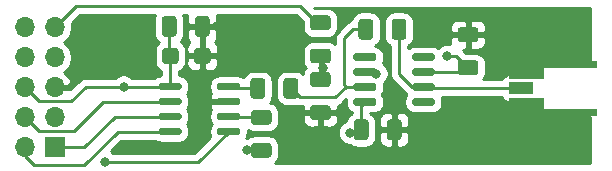
<source format=gtl>
%TF.GenerationSoftware,KiCad,Pcbnew,(5.1.6-0-10_14)*%
%TF.CreationDate,2020-09-11T15:14:46+09:00*%
%TF.ProjectId,teabiscuits_dac_mcp48,74656162-6973-4637-9569-74735f646163,rev?*%
%TF.SameCoordinates,Original*%
%TF.FileFunction,Copper,L1,Top*%
%TF.FilePolarity,Positive*%
%FSLAX46Y46*%
G04 Gerber Fmt 4.6, Leading zero omitted, Abs format (unit mm)*
G04 Created by KiCad (PCBNEW (5.1.6-0-10_14)) date 2020-09-11 15:14:46*
%MOMM*%
%LPD*%
G01*
G04 APERTURE LIST*
%TA.AperFunction,ComponentPad*%
%ADD10O,1.700000X1.700000*%
%TD*%
%TA.AperFunction,ComponentPad*%
%ADD11R,1.700000X1.700000*%
%TD*%
%TA.AperFunction,SMDPad,CuDef*%
%ADD12C,0.100000*%
%TD*%
%TA.AperFunction,SMDPad,CuDef*%
%ADD13R,2.100000X1.100000*%
%TD*%
%TA.AperFunction,ViaPad*%
%ADD14C,0.800000*%
%TD*%
%TA.AperFunction,Conductor*%
%ADD15C,0.250000*%
%TD*%
%TA.AperFunction,Conductor*%
%ADD16C,0.254000*%
%TD*%
G04 APERTURE END LIST*
%TO.P,U2,8*%
%TO.N,Net-(U2-Pad8)*%
%TA.AperFunction,SMDPad,CuDef*%
G36*
G01*
X164000000Y-109245000D02*
X164000000Y-108945000D01*
G75*
G02*
X164150000Y-108795000I150000J0D01*
G01*
X165800000Y-108795000D01*
G75*
G02*
X165950000Y-108945000I0J-150000D01*
G01*
X165950000Y-109245000D01*
G75*
G02*
X165800000Y-109395000I-150000J0D01*
G01*
X164150000Y-109395000D01*
G75*
G02*
X164000000Y-109245000I0J150000D01*
G01*
G37*
%TD.AperFunction*%
%TO.P,U2,7*%
%TO.N,+5V*%
%TA.AperFunction,SMDPad,CuDef*%
G36*
G01*
X164000000Y-110515000D02*
X164000000Y-110215000D01*
G75*
G02*
X164150000Y-110065000I150000J0D01*
G01*
X165800000Y-110065000D01*
G75*
G02*
X165950000Y-110215000I0J-150000D01*
G01*
X165950000Y-110515000D01*
G75*
G02*
X165800000Y-110665000I-150000J0D01*
G01*
X164150000Y-110665000D01*
G75*
G02*
X164000000Y-110515000I0J150000D01*
G01*
G37*
%TD.AperFunction*%
%TO.P,U2,6*%
%TO.N,Net-(J1-Pad1)*%
%TA.AperFunction,SMDPad,CuDef*%
G36*
G01*
X164000000Y-111785000D02*
X164000000Y-111485000D01*
G75*
G02*
X164150000Y-111335000I150000J0D01*
G01*
X165800000Y-111335000D01*
G75*
G02*
X165950000Y-111485000I0J-150000D01*
G01*
X165950000Y-111785000D01*
G75*
G02*
X165800000Y-111935000I-150000J0D01*
G01*
X164150000Y-111935000D01*
G75*
G02*
X164000000Y-111785000I0J150000D01*
G01*
G37*
%TD.AperFunction*%
%TO.P,U2,5*%
%TO.N,Net-(U2-Pad5)*%
%TA.AperFunction,SMDPad,CuDef*%
G36*
G01*
X164000000Y-113055000D02*
X164000000Y-112755000D01*
G75*
G02*
X164150000Y-112605000I150000J0D01*
G01*
X165800000Y-112605000D01*
G75*
G02*
X165950000Y-112755000I0J-150000D01*
G01*
X165950000Y-113055000D01*
G75*
G02*
X165800000Y-113205000I-150000J0D01*
G01*
X164150000Y-113205000D01*
G75*
G02*
X164000000Y-113055000I0J150000D01*
G01*
G37*
%TD.AperFunction*%
%TO.P,U2,4*%
%TO.N,-5V*%
%TA.AperFunction,SMDPad,CuDef*%
G36*
G01*
X159050000Y-113055000D02*
X159050000Y-112755000D01*
G75*
G02*
X159200000Y-112605000I150000J0D01*
G01*
X160850000Y-112605000D01*
G75*
G02*
X161000000Y-112755000I0J-150000D01*
G01*
X161000000Y-113055000D01*
G75*
G02*
X160850000Y-113205000I-150000J0D01*
G01*
X159200000Y-113205000D01*
G75*
G02*
X159050000Y-113055000I0J150000D01*
G01*
G37*
%TD.AperFunction*%
%TO.P,U2,3*%
%TO.N,Net-(R2-Pad1)*%
%TA.AperFunction,SMDPad,CuDef*%
G36*
G01*
X159050000Y-111785000D02*
X159050000Y-111485000D01*
G75*
G02*
X159200000Y-111335000I150000J0D01*
G01*
X160850000Y-111335000D01*
G75*
G02*
X161000000Y-111485000I0J-150000D01*
G01*
X161000000Y-111785000D01*
G75*
G02*
X160850000Y-111935000I-150000J0D01*
G01*
X159200000Y-111935000D01*
G75*
G02*
X159050000Y-111785000I0J150000D01*
G01*
G37*
%TD.AperFunction*%
%TO.P,U2,2*%
%TO.N,Net-(R3-Pad1)*%
%TA.AperFunction,SMDPad,CuDef*%
G36*
G01*
X159050000Y-110515000D02*
X159050000Y-110215000D01*
G75*
G02*
X159200000Y-110065000I150000J0D01*
G01*
X160850000Y-110065000D01*
G75*
G02*
X161000000Y-110215000I0J-150000D01*
G01*
X161000000Y-110515000D01*
G75*
G02*
X160850000Y-110665000I-150000J0D01*
G01*
X159200000Y-110665000D01*
G75*
G02*
X159050000Y-110515000I0J150000D01*
G01*
G37*
%TD.AperFunction*%
%TO.P,U2,1*%
%TO.N,Net-(U2-Pad1)*%
%TA.AperFunction,SMDPad,CuDef*%
G36*
G01*
X159050000Y-109245000D02*
X159050000Y-108945000D01*
G75*
G02*
X159200000Y-108795000I150000J0D01*
G01*
X160850000Y-108795000D01*
G75*
G02*
X161000000Y-108945000I0J-150000D01*
G01*
X161000000Y-109245000D01*
G75*
G02*
X160850000Y-109395000I-150000J0D01*
G01*
X159200000Y-109395000D01*
G75*
G02*
X159050000Y-109245000I0J150000D01*
G01*
G37*
%TD.AperFunction*%
%TD*%
%TO.P,U1,8*%
%TO.N,Net-(R2-Pad2)*%
%TA.AperFunction,SMDPad,CuDef*%
G36*
G01*
X147500000Y-111745000D02*
X147500000Y-111445000D01*
G75*
G02*
X147650000Y-111295000I150000J0D01*
G01*
X149300000Y-111295000D01*
G75*
G02*
X149450000Y-111445000I0J-150000D01*
G01*
X149450000Y-111745000D01*
G75*
G02*
X149300000Y-111895000I-150000J0D01*
G01*
X147650000Y-111895000D01*
G75*
G02*
X147500000Y-111745000I0J150000D01*
G01*
G37*
%TD.AperFunction*%
%TO.P,U1,7*%
%TO.N,GND*%
%TA.AperFunction,SMDPad,CuDef*%
G36*
G01*
X147500000Y-113015000D02*
X147500000Y-112715000D01*
G75*
G02*
X147650000Y-112565000I150000J0D01*
G01*
X149300000Y-112565000D01*
G75*
G02*
X149450000Y-112715000I0J-150000D01*
G01*
X149450000Y-113015000D01*
G75*
G02*
X149300000Y-113165000I-150000J0D01*
G01*
X147650000Y-113165000D01*
G75*
G02*
X147500000Y-113015000I0J150000D01*
G01*
G37*
%TD.AperFunction*%
%TO.P,U1,6*%
%TO.N,Net-(R1-Pad2)*%
%TA.AperFunction,SMDPad,CuDef*%
G36*
G01*
X147500000Y-114285000D02*
X147500000Y-113985000D01*
G75*
G02*
X147650000Y-113835000I150000J0D01*
G01*
X149300000Y-113835000D01*
G75*
G02*
X149450000Y-113985000I0J-150000D01*
G01*
X149450000Y-114285000D01*
G75*
G02*
X149300000Y-114435000I-150000J0D01*
G01*
X147650000Y-114435000D01*
G75*
G02*
X147500000Y-114285000I0J150000D01*
G01*
G37*
%TD.AperFunction*%
%TO.P,U1,5*%
%TO.N,LDAC*%
%TA.AperFunction,SMDPad,CuDef*%
G36*
G01*
X147500000Y-115555000D02*
X147500000Y-115255000D01*
G75*
G02*
X147650000Y-115105000I150000J0D01*
G01*
X149300000Y-115105000D01*
G75*
G02*
X149450000Y-115255000I0J-150000D01*
G01*
X149450000Y-115555000D01*
G75*
G02*
X149300000Y-115705000I-150000J0D01*
G01*
X147650000Y-115705000D01*
G75*
G02*
X147500000Y-115555000I0J150000D01*
G01*
G37*
%TD.AperFunction*%
%TO.P,U1,4*%
%TO.N,SDI*%
%TA.AperFunction,SMDPad,CuDef*%
G36*
G01*
X142550000Y-115555000D02*
X142550000Y-115255000D01*
G75*
G02*
X142700000Y-115105000I150000J0D01*
G01*
X144350000Y-115105000D01*
G75*
G02*
X144500000Y-115255000I0J-150000D01*
G01*
X144500000Y-115555000D01*
G75*
G02*
X144350000Y-115705000I-150000J0D01*
G01*
X142700000Y-115705000D01*
G75*
G02*
X142550000Y-115555000I0J150000D01*
G01*
G37*
%TD.AperFunction*%
%TO.P,U1,3*%
%TO.N,SCK*%
%TA.AperFunction,SMDPad,CuDef*%
G36*
G01*
X142550000Y-114285000D02*
X142550000Y-113985000D01*
G75*
G02*
X142700000Y-113835000I150000J0D01*
G01*
X144350000Y-113835000D01*
G75*
G02*
X144500000Y-113985000I0J-150000D01*
G01*
X144500000Y-114285000D01*
G75*
G02*
X144350000Y-114435000I-150000J0D01*
G01*
X142700000Y-114435000D01*
G75*
G02*
X142550000Y-114285000I0J150000D01*
G01*
G37*
%TD.AperFunction*%
%TO.P,U1,2*%
%TO.N,CS*%
%TA.AperFunction,SMDPad,CuDef*%
G36*
G01*
X142550000Y-113015000D02*
X142550000Y-112715000D01*
G75*
G02*
X142700000Y-112565000I150000J0D01*
G01*
X144350000Y-112565000D01*
G75*
G02*
X144500000Y-112715000I0J-150000D01*
G01*
X144500000Y-113015000D01*
G75*
G02*
X144350000Y-113165000I-150000J0D01*
G01*
X142700000Y-113165000D01*
G75*
G02*
X142550000Y-113015000I0J150000D01*
G01*
G37*
%TD.AperFunction*%
%TO.P,U1,1*%
%TO.N,+3V3*%
%TA.AperFunction,SMDPad,CuDef*%
G36*
G01*
X142550000Y-111745000D02*
X142550000Y-111445000D01*
G75*
G02*
X142700000Y-111295000I150000J0D01*
G01*
X144350000Y-111295000D01*
G75*
G02*
X144500000Y-111445000I0J-150000D01*
G01*
X144500000Y-111745000D01*
G75*
G02*
X144350000Y-111895000I-150000J0D01*
G01*
X142700000Y-111895000D01*
G75*
G02*
X142550000Y-111745000I0J150000D01*
G01*
G37*
%TD.AperFunction*%
%TD*%
%TO.P,R5,2*%
%TO.N,Net-(R2-Pad1)*%
%TA.AperFunction,SMDPad,CuDef*%
G36*
G01*
X160725000Y-106125000D02*
X160725000Y-107375000D01*
G75*
G02*
X160475000Y-107625000I-250000J0D01*
G01*
X159725000Y-107625000D01*
G75*
G02*
X159475000Y-107375000I0J250000D01*
G01*
X159475000Y-106125000D01*
G75*
G02*
X159725000Y-105875000I250000J0D01*
G01*
X160475000Y-105875000D01*
G75*
G02*
X160725000Y-106125000I0J-250000D01*
G01*
G37*
%TD.AperFunction*%
%TO.P,R5,1*%
%TO.N,Net-(J1-Pad1)*%
%TA.AperFunction,SMDPad,CuDef*%
G36*
G01*
X163525000Y-106125000D02*
X163525000Y-107375000D01*
G75*
G02*
X163275000Y-107625000I-250000J0D01*
G01*
X162525000Y-107625000D01*
G75*
G02*
X162275000Y-107375000I0J250000D01*
G01*
X162275000Y-106125000D01*
G75*
G02*
X162525000Y-105875000I250000J0D01*
G01*
X163275000Y-105875000D01*
G75*
G02*
X163525000Y-106125000I0J-250000D01*
G01*
G37*
%TD.AperFunction*%
%TD*%
%TO.P,R4,2*%
%TO.N,Net-(R3-Pad1)*%
%TA.AperFunction,SMDPad,CuDef*%
G36*
G01*
X156875000Y-111625000D02*
X155625000Y-111625000D01*
G75*
G02*
X155375000Y-111375000I0J250000D01*
G01*
X155375000Y-110625000D01*
G75*
G02*
X155625000Y-110375000I250000J0D01*
G01*
X156875000Y-110375000D01*
G75*
G02*
X157125000Y-110625000I0J-250000D01*
G01*
X157125000Y-111375000D01*
G75*
G02*
X156875000Y-111625000I-250000J0D01*
G01*
G37*
%TD.AperFunction*%
%TO.P,R4,1*%
%TO.N,GND*%
%TA.AperFunction,SMDPad,CuDef*%
G36*
G01*
X156875000Y-114425000D02*
X155625000Y-114425000D01*
G75*
G02*
X155375000Y-114175000I0J250000D01*
G01*
X155375000Y-113425000D01*
G75*
G02*
X155625000Y-113175000I250000J0D01*
G01*
X156875000Y-113175000D01*
G75*
G02*
X157125000Y-113425000I0J-250000D01*
G01*
X157125000Y-114175000D01*
G75*
G02*
X156875000Y-114425000I-250000J0D01*
G01*
G37*
%TD.AperFunction*%
%TD*%
%TO.P,R3,2*%
%TO.N,REF*%
%TA.AperFunction,SMDPad,CuDef*%
G36*
G01*
X156875000Y-106825000D02*
X155625000Y-106825000D01*
G75*
G02*
X155375000Y-106575000I0J250000D01*
G01*
X155375000Y-105825000D01*
G75*
G02*
X155625000Y-105575000I250000J0D01*
G01*
X156875000Y-105575000D01*
G75*
G02*
X157125000Y-105825000I0J-250000D01*
G01*
X157125000Y-106575000D01*
G75*
G02*
X156875000Y-106825000I-250000J0D01*
G01*
G37*
%TD.AperFunction*%
%TO.P,R3,1*%
%TO.N,Net-(R3-Pad1)*%
%TA.AperFunction,SMDPad,CuDef*%
G36*
G01*
X156875000Y-109625000D02*
X155625000Y-109625000D01*
G75*
G02*
X155375000Y-109375000I0J250000D01*
G01*
X155375000Y-108625000D01*
G75*
G02*
X155625000Y-108375000I250000J0D01*
G01*
X156875000Y-108375000D01*
G75*
G02*
X157125000Y-108625000I0J-250000D01*
G01*
X157125000Y-109375000D01*
G75*
G02*
X156875000Y-109625000I-250000J0D01*
G01*
G37*
%TD.AperFunction*%
%TD*%
%TO.P,R2,2*%
%TO.N,Net-(R2-Pad2)*%
%TA.AperFunction,SMDPad,CuDef*%
G36*
G01*
X151575000Y-111125000D02*
X151575000Y-112375000D01*
G75*
G02*
X151325000Y-112625000I-250000J0D01*
G01*
X150575000Y-112625000D01*
G75*
G02*
X150325000Y-112375000I0J250000D01*
G01*
X150325000Y-111125000D01*
G75*
G02*
X150575000Y-110875000I250000J0D01*
G01*
X151325000Y-110875000D01*
G75*
G02*
X151575000Y-111125000I0J-250000D01*
G01*
G37*
%TD.AperFunction*%
%TO.P,R2,1*%
%TO.N,Net-(R2-Pad1)*%
%TA.AperFunction,SMDPad,CuDef*%
G36*
G01*
X154375000Y-111125000D02*
X154375000Y-112375000D01*
G75*
G02*
X154125000Y-112625000I-250000J0D01*
G01*
X153375000Y-112625000D01*
G75*
G02*
X153125000Y-112375000I0J250000D01*
G01*
X153125000Y-111125000D01*
G75*
G02*
X153375000Y-110875000I250000J0D01*
G01*
X154125000Y-110875000D01*
G75*
G02*
X154375000Y-111125000I0J-250000D01*
G01*
G37*
%TD.AperFunction*%
%TD*%
%TO.P,R1,2*%
%TO.N,Net-(R1-Pad2)*%
%TA.AperFunction,SMDPad,CuDef*%
G36*
G01*
X151875000Y-114825000D02*
X150625000Y-114825000D01*
G75*
G02*
X150375000Y-114575000I0J250000D01*
G01*
X150375000Y-113825000D01*
G75*
G02*
X150625000Y-113575000I250000J0D01*
G01*
X151875000Y-113575000D01*
G75*
G02*
X152125000Y-113825000I0J-250000D01*
G01*
X152125000Y-114575000D01*
G75*
G02*
X151875000Y-114825000I-250000J0D01*
G01*
G37*
%TD.AperFunction*%
%TO.P,R1,1*%
%TO.N,+3V3*%
%TA.AperFunction,SMDPad,CuDef*%
G36*
G01*
X151875000Y-117625000D02*
X150625000Y-117625000D01*
G75*
G02*
X150375000Y-117375000I0J250000D01*
G01*
X150375000Y-116625000D01*
G75*
G02*
X150625000Y-116375000I250000J0D01*
G01*
X151875000Y-116375000D01*
G75*
G02*
X152125000Y-116625000I0J-250000D01*
G01*
X152125000Y-117375000D01*
G75*
G02*
X151875000Y-117625000I-250000J0D01*
G01*
G37*
%TD.AperFunction*%
%TD*%
D10*
%TO.P,J2,10*%
%TO.N,LDAC*%
X131210000Y-106590000D03*
%TO.P,J2,9*%
%TO.N,REF*%
X133750000Y-106590000D03*
%TO.P,J2,8*%
%TO.N,-5V*%
X131210000Y-109130000D03*
%TO.P,J2,7*%
%TO.N,+5V*%
X133750000Y-109130000D03*
%TO.P,J2,6*%
%TO.N,+3V3*%
X131210000Y-111670000D03*
%TO.P,J2,5*%
%TO.N,GND*%
X133750000Y-111670000D03*
%TO.P,J2,4*%
%TO.N,CS*%
X131210000Y-114210000D03*
%TO.P,J2,3*%
%TO.N,Net-(J2-Pad3)*%
X133750000Y-114210000D03*
%TO.P,J2,2*%
%TO.N,SDI*%
X131210000Y-116750000D03*
D11*
%TO.P,J2,1*%
%TO.N,SCK*%
X133750000Y-116750000D03*
%TD*%
%TA.AperFunction,SMDPad,CuDef*%
D12*
%TO.P,Je,2*%
%TO.N,GND*%
G36*
X172200000Y-109450000D02*
G01*
X179700000Y-109450000D01*
X179700000Y-110000000D01*
X175200000Y-110000000D01*
X175200000Y-110930000D01*
X172200000Y-110930000D01*
X172200000Y-109450000D01*
G37*
%TD.AperFunction*%
%TA.AperFunction,SMDPad,CuDef*%
G36*
X172200000Y-112570000D02*
G01*
X175200000Y-112570000D01*
X175200000Y-113500000D01*
X179700000Y-113500000D01*
X179700000Y-114050000D01*
X172200000Y-114050000D01*
X172200000Y-112570000D01*
G37*
%TD.AperFunction*%
D13*
%TO.P,Je,1*%
%TO.N,Net-(J1-Pad1)*%
X173250000Y-111750000D03*
%TD*%
%TO.P,C4,2*%
%TO.N,-5V*%
%TA.AperFunction,SMDPad,CuDef*%
G36*
G01*
X160325000Y-114625000D02*
X160325000Y-115875000D01*
G75*
G02*
X160075000Y-116125000I-250000J0D01*
G01*
X159325000Y-116125000D01*
G75*
G02*
X159075000Y-115875000I0J250000D01*
G01*
X159075000Y-114625000D01*
G75*
G02*
X159325000Y-114375000I250000J0D01*
G01*
X160075000Y-114375000D01*
G75*
G02*
X160325000Y-114625000I0J-250000D01*
G01*
G37*
%TD.AperFunction*%
%TO.P,C4,1*%
%TO.N,GND*%
%TA.AperFunction,SMDPad,CuDef*%
G36*
G01*
X163125000Y-114625000D02*
X163125000Y-115875000D01*
G75*
G02*
X162875000Y-116125000I-250000J0D01*
G01*
X162125000Y-116125000D01*
G75*
G02*
X161875000Y-115875000I0J250000D01*
G01*
X161875000Y-114625000D01*
G75*
G02*
X162125000Y-114375000I250000J0D01*
G01*
X162875000Y-114375000D01*
G75*
G02*
X163125000Y-114625000I0J-250000D01*
G01*
G37*
%TD.AperFunction*%
%TD*%
%TO.P,C3,2*%
%TO.N,+5V*%
%TA.AperFunction,SMDPad,CuDef*%
G36*
G01*
X168125000Y-109375000D02*
X169375000Y-109375000D01*
G75*
G02*
X169625000Y-109625000I0J-250000D01*
G01*
X169625000Y-110375000D01*
G75*
G02*
X169375000Y-110625000I-250000J0D01*
G01*
X168125000Y-110625000D01*
G75*
G02*
X167875000Y-110375000I0J250000D01*
G01*
X167875000Y-109625000D01*
G75*
G02*
X168125000Y-109375000I250000J0D01*
G01*
G37*
%TD.AperFunction*%
%TO.P,C3,1*%
%TO.N,GND*%
%TA.AperFunction,SMDPad,CuDef*%
G36*
G01*
X168125000Y-106575000D02*
X169375000Y-106575000D01*
G75*
G02*
X169625000Y-106825000I0J-250000D01*
G01*
X169625000Y-107575000D01*
G75*
G02*
X169375000Y-107825000I-250000J0D01*
G01*
X168125000Y-107825000D01*
G75*
G02*
X167875000Y-107575000I0J250000D01*
G01*
X167875000Y-106825000D01*
G75*
G02*
X168125000Y-106575000I250000J0D01*
G01*
G37*
%TD.AperFunction*%
%TD*%
%TO.P,C2,2*%
%TO.N,+3V3*%
%TA.AperFunction,SMDPad,CuDef*%
G36*
G01*
X144075000Y-105875000D02*
X144075000Y-107125000D01*
G75*
G02*
X143825000Y-107375000I-250000J0D01*
G01*
X143075000Y-107375000D01*
G75*
G02*
X142825000Y-107125000I0J250000D01*
G01*
X142825000Y-105875000D01*
G75*
G02*
X143075000Y-105625000I250000J0D01*
G01*
X143825000Y-105625000D01*
G75*
G02*
X144075000Y-105875000I0J-250000D01*
G01*
G37*
%TD.AperFunction*%
%TO.P,C2,1*%
%TO.N,GND*%
%TA.AperFunction,SMDPad,CuDef*%
G36*
G01*
X146875000Y-105875000D02*
X146875000Y-107125000D01*
G75*
G02*
X146625000Y-107375000I-250000J0D01*
G01*
X145875000Y-107375000D01*
G75*
G02*
X145625000Y-107125000I0J250000D01*
G01*
X145625000Y-105875000D01*
G75*
G02*
X145875000Y-105625000I250000J0D01*
G01*
X146625000Y-105625000D01*
G75*
G02*
X146875000Y-105875000I0J-250000D01*
G01*
G37*
%TD.AperFunction*%
%TD*%
%TO.P,C1,2*%
%TO.N,GND*%
%TA.AperFunction,SMDPad,CuDef*%
G36*
G01*
X145550000Y-109425001D02*
X145550000Y-108574999D01*
G75*
G02*
X145799999Y-108325000I249999J0D01*
G01*
X146700001Y-108325000D01*
G75*
G02*
X146950000Y-108574999I0J-249999D01*
G01*
X146950000Y-109425001D01*
G75*
G02*
X146700001Y-109675000I-249999J0D01*
G01*
X145799999Y-109675000D01*
G75*
G02*
X145550000Y-109425001I0J249999D01*
G01*
G37*
%TD.AperFunction*%
%TO.P,C1,1*%
%TO.N,+3V3*%
%TA.AperFunction,SMDPad,CuDef*%
G36*
G01*
X142850000Y-109425001D02*
X142850000Y-108574999D01*
G75*
G02*
X143099999Y-108325000I249999J0D01*
G01*
X144000001Y-108325000D01*
G75*
G02*
X144250000Y-108574999I0J-249999D01*
G01*
X144250000Y-109425001D01*
G75*
G02*
X144000001Y-109675000I-249999J0D01*
G01*
X143099999Y-109675000D01*
G75*
G02*
X142850000Y-109425001I0J249999D01*
G01*
G37*
%TD.AperFunction*%
%TD*%
D14*
%TO.N,GND*%
X147500000Y-106500000D03*
X137000000Y-109500000D03*
%TO.N,+3V3*%
X150000000Y-117000000D03*
X139595000Y-111595000D03*
%TO.N,+5V*%
X167000000Y-109000000D03*
%TO.N,-5V*%
X158750000Y-115500000D03*
%TO.N,LDAC*%
X138000000Y-118000000D03*
%TO.N,Net-(R3-Pad1)*%
X161000000Y-110500000D03*
X156500000Y-110000000D03*
%TD*%
D15*
%TO.N,GND*%
X146250000Y-106500000D02*
X147500000Y-106500000D01*
X133750000Y-111670000D02*
X134830000Y-111670000D01*
X134830000Y-111670000D02*
X137000000Y-109500000D01*
%TO.N,+3V3*%
X132385001Y-112845001D02*
X131210000Y-111670000D01*
X135154999Y-112845001D02*
X132385001Y-112845001D01*
X136405000Y-111595000D02*
X135154999Y-112845001D01*
X143525000Y-109025000D02*
X143550000Y-109000000D01*
X143525000Y-111595000D02*
X143525000Y-109025000D01*
X143450000Y-108900000D02*
X143550000Y-109000000D01*
X143450000Y-106500000D02*
X143450000Y-108900000D01*
X151250000Y-117000000D02*
X150000000Y-117000000D01*
X139595000Y-111595000D02*
X136405000Y-111595000D01*
X143525000Y-111595000D02*
X139595000Y-111595000D01*
%TO.N,+5V*%
X168385000Y-110365000D02*
X168750000Y-110000000D01*
X164975000Y-110365000D02*
X168385000Y-110365000D01*
X167750000Y-109000000D02*
X168750000Y-110000000D01*
X167000000Y-109000000D02*
X167750000Y-109000000D01*
%TO.N,-5V*%
X159700000Y-113230000D02*
X160025000Y-112905000D01*
X159700000Y-115250000D02*
X159700000Y-113230000D01*
X159450000Y-115500000D02*
X159700000Y-115250000D01*
X158750000Y-115500000D02*
X159450000Y-115500000D01*
%TO.N,Net-(J1-Pad1)*%
X162900000Y-110535000D02*
X162900000Y-106750000D01*
X164000000Y-111635000D02*
X162900000Y-110535000D01*
X164975000Y-111635000D02*
X164000000Y-111635000D01*
X165090000Y-111750000D02*
X164975000Y-111635000D01*
X173250000Y-111750000D02*
X165090000Y-111750000D01*
%TO.N,LDAC*%
X148475000Y-115405000D02*
X145880000Y-118000000D01*
X145880000Y-118000000D02*
X138000000Y-118000000D01*
%TO.N,REF*%
X156250000Y-106450000D02*
X156200000Y-106450000D01*
X156200000Y-106450000D02*
X154500000Y-104750000D01*
X135590000Y-104750000D02*
X133750000Y-106590000D01*
X154500000Y-104750000D02*
X135590000Y-104750000D01*
%TO.N,CS*%
X143525000Y-112865000D02*
X137885000Y-112865000D01*
X135364999Y-115385001D02*
X132385001Y-115385001D01*
X132385001Y-115385001D02*
X131210000Y-114210000D01*
X137885000Y-112865000D02*
X135364999Y-115385001D01*
%TO.N,SDI*%
X143525000Y-115405000D02*
X139095000Y-115405000D01*
X139095000Y-115405000D02*
X136250000Y-118250000D01*
X136250000Y-118250000D02*
X132000000Y-118250000D01*
X131210000Y-117460000D02*
X131210000Y-116750000D01*
X132000000Y-118250000D02*
X131210000Y-117460000D01*
%TO.N,SCK*%
X136250000Y-116750000D02*
X133750000Y-116750000D01*
X138865000Y-114135000D02*
X136250000Y-116750000D01*
X143525000Y-114135000D02*
X138865000Y-114135000D01*
%TO.N,Net-(R1-Pad2)*%
X148540000Y-114200000D02*
X148475000Y-114135000D01*
X151250000Y-114200000D02*
X148540000Y-114200000D01*
%TO.N,Net-(R2-Pad2)*%
X148630000Y-111750000D02*
X148475000Y-111595000D01*
X150950000Y-111750000D02*
X148630000Y-111750000D01*
%TO.N,Net-(R2-Pad1)*%
X160100000Y-106750000D02*
X159000000Y-106750000D01*
X159000000Y-106750000D02*
X158250000Y-107500000D01*
X158250000Y-107500000D02*
X158250000Y-111500000D01*
X153865000Y-111635000D02*
X153750000Y-111750000D01*
X158250000Y-111500000D02*
X158385000Y-111635000D01*
X160025000Y-111635000D02*
X158385000Y-111635000D01*
X158385000Y-111635000D02*
X157520000Y-112500000D01*
X154500000Y-112500000D02*
X153750000Y-111750000D01*
X157520000Y-112500000D02*
X154500000Y-112500000D01*
%TO.N,Net-(R3-Pad1)*%
X160865000Y-110365000D02*
X161000000Y-110500000D01*
X160025000Y-110365000D02*
X160865000Y-110365000D01*
X156500000Y-109500000D02*
X156250000Y-109250000D01*
X156500000Y-110000000D02*
X156500000Y-109500000D01*
X156250000Y-110250000D02*
X156500000Y-110000000D01*
X156250000Y-111000000D02*
X156250000Y-110250000D01*
X156250000Y-109250000D02*
X156250000Y-111000000D01*
%TD*%
D16*
%TO.N,GND*%
G36*
X179090001Y-109315000D02*
G01*
X175233647Y-109315000D01*
X175200000Y-109311686D01*
X175166353Y-109315000D01*
X175065717Y-109324912D01*
X174936594Y-109364081D01*
X174817593Y-109427688D01*
X174713289Y-109513289D01*
X174627688Y-109617593D01*
X174564081Y-109736594D01*
X174524912Y-109865717D01*
X174511686Y-110000000D01*
X174515000Y-110033647D01*
X174515000Y-110601646D01*
X174424482Y-110574188D01*
X174300000Y-110561928D01*
X172200000Y-110561928D01*
X172075518Y-110574188D01*
X171955820Y-110610498D01*
X171845506Y-110669463D01*
X171748815Y-110748815D01*
X171669463Y-110845506D01*
X171610498Y-110955820D01*
X171600130Y-110990000D01*
X170013600Y-110990000D01*
X170113405Y-110868386D01*
X170195472Y-110714850D01*
X170246008Y-110548254D01*
X170263072Y-110375000D01*
X170263072Y-109625000D01*
X170246008Y-109451746D01*
X170195472Y-109285150D01*
X170113405Y-109131614D01*
X170002962Y-108997038D01*
X169868386Y-108886595D01*
X169714850Y-108804528D01*
X169548254Y-108753992D01*
X169375000Y-108736928D01*
X168561729Y-108736928D01*
X168313804Y-108489002D01*
X168290744Y-108460905D01*
X168464250Y-108460000D01*
X168623000Y-108301250D01*
X168623000Y-107327000D01*
X168877000Y-107327000D01*
X168877000Y-108301250D01*
X169035750Y-108460000D01*
X169625000Y-108463072D01*
X169749482Y-108450812D01*
X169869180Y-108414502D01*
X169979494Y-108355537D01*
X170076185Y-108276185D01*
X170155537Y-108179494D01*
X170214502Y-108069180D01*
X170250812Y-107949482D01*
X170263072Y-107825000D01*
X170260000Y-107485750D01*
X170101250Y-107327000D01*
X168877000Y-107327000D01*
X168623000Y-107327000D01*
X167398750Y-107327000D01*
X167240000Y-107485750D01*
X167236928Y-107825000D01*
X167249188Y-107949482D01*
X167263653Y-107997167D01*
X167101939Y-107965000D01*
X166898061Y-107965000D01*
X166698102Y-108004774D01*
X166509744Y-108082795D01*
X166340226Y-108196063D01*
X166242617Y-108293672D01*
X166237829Y-108289742D01*
X166101582Y-108216916D01*
X165953745Y-108172071D01*
X165800000Y-108156928D01*
X164150000Y-108156928D01*
X163996255Y-108172071D01*
X163848418Y-108216916D01*
X163712171Y-108289742D01*
X163660000Y-108332558D01*
X163660000Y-108171339D01*
X163768386Y-108113405D01*
X163902962Y-108002962D01*
X164013405Y-107868386D01*
X164095472Y-107714850D01*
X164146008Y-107548254D01*
X164163072Y-107375000D01*
X164163072Y-106575000D01*
X167236928Y-106575000D01*
X167240000Y-106914250D01*
X167398750Y-107073000D01*
X168623000Y-107073000D01*
X168623000Y-106098750D01*
X168877000Y-106098750D01*
X168877000Y-107073000D01*
X170101250Y-107073000D01*
X170260000Y-106914250D01*
X170263072Y-106575000D01*
X170250812Y-106450518D01*
X170214502Y-106330820D01*
X170155537Y-106220506D01*
X170076185Y-106123815D01*
X169979494Y-106044463D01*
X169869180Y-105985498D01*
X169749482Y-105949188D01*
X169625000Y-105936928D01*
X169035750Y-105940000D01*
X168877000Y-106098750D01*
X168623000Y-106098750D01*
X168464250Y-105940000D01*
X167875000Y-105936928D01*
X167750518Y-105949188D01*
X167630820Y-105985498D01*
X167520506Y-106044463D01*
X167423815Y-106123815D01*
X167344463Y-106220506D01*
X167285498Y-106330820D01*
X167249188Y-106450518D01*
X167236928Y-106575000D01*
X164163072Y-106575000D01*
X164163072Y-106125000D01*
X164146008Y-105951746D01*
X164095472Y-105785150D01*
X164013405Y-105631614D01*
X163902962Y-105497038D01*
X163768386Y-105386595D01*
X163614850Y-105304528D01*
X163448254Y-105253992D01*
X163275000Y-105236928D01*
X162525000Y-105236928D01*
X162351746Y-105253992D01*
X162185150Y-105304528D01*
X162031614Y-105386595D01*
X161897038Y-105497038D01*
X161786595Y-105631614D01*
X161704528Y-105785150D01*
X161653992Y-105951746D01*
X161636928Y-106125000D01*
X161636928Y-107375000D01*
X161653992Y-107548254D01*
X161704528Y-107714850D01*
X161786595Y-107868386D01*
X161897038Y-108002962D01*
X162031614Y-108113405D01*
X162140001Y-108171339D01*
X162140000Y-110497677D01*
X162136324Y-110535000D01*
X162140000Y-110572322D01*
X162140000Y-110572332D01*
X162150997Y-110683985D01*
X162190375Y-110813799D01*
X162194454Y-110827246D01*
X162265026Y-110959276D01*
X162269276Y-110964454D01*
X162359999Y-111075001D01*
X162389002Y-111098804D01*
X163436200Y-112146002D01*
X163459999Y-112175001D01*
X163476350Y-112188420D01*
X163494742Y-112222829D01*
X163533454Y-112270000D01*
X163494742Y-112317171D01*
X163421916Y-112453418D01*
X163377071Y-112601255D01*
X163361928Y-112755000D01*
X163361928Y-113055000D01*
X163377071Y-113208745D01*
X163421916Y-113356582D01*
X163494742Y-113492829D01*
X163592749Y-113612251D01*
X163712171Y-113710258D01*
X163848418Y-113783084D01*
X163996255Y-113827929D01*
X164150000Y-113843072D01*
X165800000Y-113843072D01*
X165953745Y-113827929D01*
X166101582Y-113783084D01*
X166237829Y-113710258D01*
X166357251Y-113612251D01*
X166455258Y-113492829D01*
X166528084Y-113356582D01*
X166572929Y-113208745D01*
X166588072Y-113055000D01*
X166588072Y-112755000D01*
X166572929Y-112601255D01*
X166545248Y-112510000D01*
X171600130Y-112510000D01*
X171610498Y-112544180D01*
X171669463Y-112654494D01*
X171748815Y-112751185D01*
X171845506Y-112830537D01*
X171955820Y-112889502D01*
X172075518Y-112925812D01*
X172200000Y-112938072D01*
X174300000Y-112938072D01*
X174424482Y-112925812D01*
X174515001Y-112898353D01*
X174515001Y-113466343D01*
X174511686Y-113500000D01*
X174524912Y-113634283D01*
X174564081Y-113763406D01*
X174627688Y-113882407D01*
X174713289Y-113986711D01*
X174817593Y-114072312D01*
X174936594Y-114135919D01*
X175065717Y-114175088D01*
X175166353Y-114185000D01*
X175200000Y-114188314D01*
X175233647Y-114185000D01*
X179090001Y-114185000D01*
X179090000Y-118090000D01*
X152396905Y-118090000D01*
X152502962Y-118002962D01*
X152613405Y-117868386D01*
X152695472Y-117714850D01*
X152746008Y-117548254D01*
X152763072Y-117375000D01*
X152763072Y-116625000D01*
X152746008Y-116451746D01*
X152695472Y-116285150D01*
X152613405Y-116131614D01*
X152502962Y-115997038D01*
X152368386Y-115886595D01*
X152214850Y-115804528D01*
X152048254Y-115753992D01*
X151875000Y-115736928D01*
X150625000Y-115736928D01*
X150451746Y-115753992D01*
X150285150Y-115804528D01*
X150131614Y-115886595D01*
X150036077Y-115965000D01*
X149970133Y-115965000D01*
X150028084Y-115856582D01*
X150072929Y-115708745D01*
X150088072Y-115555000D01*
X150088072Y-115277671D01*
X150131614Y-115313405D01*
X150285150Y-115395472D01*
X150451746Y-115446008D01*
X150625000Y-115463072D01*
X151875000Y-115463072D01*
X152048254Y-115446008D01*
X152214850Y-115395472D01*
X152368386Y-115313405D01*
X152502962Y-115202962D01*
X152613405Y-115068386D01*
X152695472Y-114914850D01*
X152746008Y-114748254D01*
X152763072Y-114575000D01*
X152763072Y-114425000D01*
X154736928Y-114425000D01*
X154749188Y-114549482D01*
X154785498Y-114669180D01*
X154844463Y-114779494D01*
X154923815Y-114876185D01*
X155020506Y-114955537D01*
X155130820Y-115014502D01*
X155250518Y-115050812D01*
X155375000Y-115063072D01*
X155964250Y-115060000D01*
X156123000Y-114901250D01*
X156123000Y-113927000D01*
X156377000Y-113927000D01*
X156377000Y-114901250D01*
X156535750Y-115060000D01*
X157125000Y-115063072D01*
X157249482Y-115050812D01*
X157369180Y-115014502D01*
X157479494Y-114955537D01*
X157576185Y-114876185D01*
X157655537Y-114779494D01*
X157714502Y-114669180D01*
X157750812Y-114549482D01*
X157763072Y-114425000D01*
X157760000Y-114085750D01*
X157601250Y-113927000D01*
X156377000Y-113927000D01*
X156123000Y-113927000D01*
X154898750Y-113927000D01*
X154740000Y-114085750D01*
X154736928Y-114425000D01*
X152763072Y-114425000D01*
X152763072Y-113825000D01*
X152746008Y-113651746D01*
X152695472Y-113485150D01*
X152613405Y-113331614D01*
X152502962Y-113197038D01*
X152368386Y-113086595D01*
X152214850Y-113004528D01*
X152048254Y-112953992D01*
X151997271Y-112948971D01*
X152063405Y-112868386D01*
X152145472Y-112714850D01*
X152196008Y-112548254D01*
X152213072Y-112375000D01*
X152213072Y-111125000D01*
X152486928Y-111125000D01*
X152486928Y-112375000D01*
X152503992Y-112548254D01*
X152554528Y-112714850D01*
X152636595Y-112868386D01*
X152747038Y-113002962D01*
X152881614Y-113113405D01*
X153035150Y-113195472D01*
X153201746Y-113246008D01*
X153375000Y-113263072D01*
X154125000Y-113263072D01*
X154298254Y-113246008D01*
X154319697Y-113239503D01*
X154351014Y-113249003D01*
X154462667Y-113260000D01*
X154462676Y-113260000D01*
X154499999Y-113263676D01*
X154537322Y-113260000D01*
X154737698Y-113260000D01*
X154740000Y-113514250D01*
X154898750Y-113673000D01*
X156123000Y-113673000D01*
X156123000Y-113653000D01*
X156377000Y-113653000D01*
X156377000Y-113673000D01*
X157601250Y-113673000D01*
X157760000Y-113514250D01*
X157762659Y-113220588D01*
X157812247Y-113205546D01*
X157944276Y-113134974D01*
X158060001Y-113040001D01*
X158083803Y-113010998D01*
X158419808Y-112674993D01*
X158411928Y-112755000D01*
X158411928Y-113055000D01*
X158427071Y-113208745D01*
X158471916Y-113356582D01*
X158544742Y-113492829D01*
X158642749Y-113612251D01*
X158762171Y-113710258D01*
X158898418Y-113783084D01*
X158940001Y-113795698D01*
X158940001Y-113828661D01*
X158831614Y-113886595D01*
X158697038Y-113997038D01*
X158586595Y-114131614D01*
X158504528Y-114285150D01*
X158453992Y-114451746D01*
X158448783Y-114504639D01*
X158448102Y-114504774D01*
X158259744Y-114582795D01*
X158090226Y-114696063D01*
X157946063Y-114840226D01*
X157832795Y-115009744D01*
X157754774Y-115198102D01*
X157715000Y-115398061D01*
X157715000Y-115601939D01*
X157754774Y-115801898D01*
X157832795Y-115990256D01*
X157946063Y-116159774D01*
X158090226Y-116303937D01*
X158259744Y-116417205D01*
X158448102Y-116495226D01*
X158648061Y-116535000D01*
X158736077Y-116535000D01*
X158831614Y-116613405D01*
X158985150Y-116695472D01*
X159151746Y-116746008D01*
X159325000Y-116763072D01*
X160075000Y-116763072D01*
X160248254Y-116746008D01*
X160414850Y-116695472D01*
X160568386Y-116613405D01*
X160702962Y-116502962D01*
X160813405Y-116368386D01*
X160895472Y-116214850D01*
X160922727Y-116125000D01*
X161236928Y-116125000D01*
X161249188Y-116249482D01*
X161285498Y-116369180D01*
X161344463Y-116479494D01*
X161423815Y-116576185D01*
X161520506Y-116655537D01*
X161630820Y-116714502D01*
X161750518Y-116750812D01*
X161875000Y-116763072D01*
X162214250Y-116760000D01*
X162373000Y-116601250D01*
X162373000Y-115377000D01*
X162627000Y-115377000D01*
X162627000Y-116601250D01*
X162785750Y-116760000D01*
X163125000Y-116763072D01*
X163249482Y-116750812D01*
X163369180Y-116714502D01*
X163479494Y-116655537D01*
X163576185Y-116576185D01*
X163655537Y-116479494D01*
X163714502Y-116369180D01*
X163750812Y-116249482D01*
X163763072Y-116125000D01*
X163760000Y-115535750D01*
X163601250Y-115377000D01*
X162627000Y-115377000D01*
X162373000Y-115377000D01*
X161398750Y-115377000D01*
X161240000Y-115535750D01*
X161236928Y-116125000D01*
X160922727Y-116125000D01*
X160946008Y-116048254D01*
X160963072Y-115875000D01*
X160963072Y-114625000D01*
X160946008Y-114451746D01*
X160922728Y-114375000D01*
X161236928Y-114375000D01*
X161240000Y-114964250D01*
X161398750Y-115123000D01*
X162373000Y-115123000D01*
X162373000Y-113898750D01*
X162627000Y-113898750D01*
X162627000Y-115123000D01*
X163601250Y-115123000D01*
X163760000Y-114964250D01*
X163763072Y-114375000D01*
X163750812Y-114250518D01*
X163714502Y-114130820D01*
X163655537Y-114020506D01*
X163576185Y-113923815D01*
X163479494Y-113844463D01*
X163369180Y-113785498D01*
X163249482Y-113749188D01*
X163125000Y-113736928D01*
X162785750Y-113740000D01*
X162627000Y-113898750D01*
X162373000Y-113898750D01*
X162214250Y-113740000D01*
X161875000Y-113736928D01*
X161750518Y-113749188D01*
X161630820Y-113785498D01*
X161520506Y-113844463D01*
X161423815Y-113923815D01*
X161344463Y-114020506D01*
X161285498Y-114130820D01*
X161249188Y-114250518D01*
X161236928Y-114375000D01*
X160922728Y-114375000D01*
X160895472Y-114285150D01*
X160813405Y-114131614D01*
X160702962Y-113997038D01*
X160568386Y-113886595D01*
X160486960Y-113843072D01*
X160850000Y-113843072D01*
X161003745Y-113827929D01*
X161151582Y-113783084D01*
X161287829Y-113710258D01*
X161407251Y-113612251D01*
X161505258Y-113492829D01*
X161578084Y-113356582D01*
X161622929Y-113208745D01*
X161638072Y-113055000D01*
X161638072Y-112755000D01*
X161622929Y-112601255D01*
X161578084Y-112453418D01*
X161505258Y-112317171D01*
X161466546Y-112270000D01*
X161505258Y-112222829D01*
X161578084Y-112086582D01*
X161622929Y-111938745D01*
X161638072Y-111785000D01*
X161638072Y-111485000D01*
X161622929Y-111331255D01*
X161622248Y-111329011D01*
X161659774Y-111303937D01*
X161803937Y-111159774D01*
X161917205Y-110990256D01*
X161995226Y-110801898D01*
X162035000Y-110601939D01*
X162035000Y-110398061D01*
X161995226Y-110198102D01*
X161917205Y-110009744D01*
X161803937Y-109840226D01*
X161659774Y-109696063D01*
X161540709Y-109616506D01*
X161578084Y-109546582D01*
X161622929Y-109398745D01*
X161638072Y-109245000D01*
X161638072Y-108945000D01*
X161622929Y-108791255D01*
X161578084Y-108643418D01*
X161505258Y-108507171D01*
X161407251Y-108387749D01*
X161287829Y-108289742D01*
X161151582Y-108216916D01*
X161003745Y-108172071D01*
X160881210Y-108160002D01*
X160968386Y-108113405D01*
X161102962Y-108002962D01*
X161213405Y-107868386D01*
X161295472Y-107714850D01*
X161346008Y-107548254D01*
X161363072Y-107375000D01*
X161363072Y-106125000D01*
X161346008Y-105951746D01*
X161295472Y-105785150D01*
X161213405Y-105631614D01*
X161102962Y-105497038D01*
X160968386Y-105386595D01*
X160814850Y-105304528D01*
X160648254Y-105253992D01*
X160475000Y-105236928D01*
X159725000Y-105236928D01*
X159551746Y-105253992D01*
X159385150Y-105304528D01*
X159231614Y-105386595D01*
X159097038Y-105497038D01*
X158986595Y-105631614D01*
X158904528Y-105785150D01*
X158853992Y-105951746D01*
X158849084Y-106001583D01*
X158707753Y-106044454D01*
X158575724Y-106115026D01*
X158459999Y-106209999D01*
X158436201Y-106238998D01*
X157739002Y-106936197D01*
X157709999Y-106959999D01*
X157658166Y-107023158D01*
X157615026Y-107075724D01*
X157562348Y-107174277D01*
X157544454Y-107207754D01*
X157500997Y-107351015D01*
X157490000Y-107462668D01*
X157490000Y-107462678D01*
X157486324Y-107500000D01*
X157490000Y-107537323D01*
X157490000Y-107986401D01*
X157368386Y-107886595D01*
X157214850Y-107804528D01*
X157048254Y-107753992D01*
X156875000Y-107736928D01*
X155625000Y-107736928D01*
X155451746Y-107753992D01*
X155285150Y-107804528D01*
X155131614Y-107886595D01*
X154997038Y-107997038D01*
X154886595Y-108131614D01*
X154804528Y-108285150D01*
X154753992Y-108451746D01*
X154736928Y-108625000D01*
X154736928Y-109375000D01*
X154753992Y-109548254D01*
X154804528Y-109714850D01*
X154886595Y-109868386D01*
X154994607Y-110000000D01*
X154886595Y-110131614D01*
X154804528Y-110285150D01*
X154753992Y-110451746D01*
X154749788Y-110494433D01*
X154618386Y-110386595D01*
X154464850Y-110304528D01*
X154298254Y-110253992D01*
X154125000Y-110236928D01*
X153375000Y-110236928D01*
X153201746Y-110253992D01*
X153035150Y-110304528D01*
X152881614Y-110386595D01*
X152747038Y-110497038D01*
X152636595Y-110631614D01*
X152554528Y-110785150D01*
X152503992Y-110951746D01*
X152486928Y-111125000D01*
X152213072Y-111125000D01*
X152196008Y-110951746D01*
X152145472Y-110785150D01*
X152063405Y-110631614D01*
X151952962Y-110497038D01*
X151818386Y-110386595D01*
X151664850Y-110304528D01*
X151498254Y-110253992D01*
X151325000Y-110236928D01*
X150575000Y-110236928D01*
X150401746Y-110253992D01*
X150235150Y-110304528D01*
X150081614Y-110386595D01*
X149947038Y-110497038D01*
X149836595Y-110631614D01*
X149754528Y-110785150D01*
X149750084Y-110799800D01*
X149737829Y-110789742D01*
X149601582Y-110716916D01*
X149453745Y-110672071D01*
X149300000Y-110656928D01*
X147650000Y-110656928D01*
X147496255Y-110672071D01*
X147348418Y-110716916D01*
X147212171Y-110789742D01*
X147092749Y-110887749D01*
X146994742Y-111007171D01*
X146921916Y-111143418D01*
X146877071Y-111291255D01*
X146861928Y-111445000D01*
X146861928Y-111745000D01*
X146877071Y-111898745D01*
X146921916Y-112046582D01*
X146993730Y-112180936D01*
X146969463Y-112210506D01*
X146910498Y-112320820D01*
X146874188Y-112440518D01*
X146861928Y-112565000D01*
X146865000Y-112579250D01*
X147023750Y-112738000D01*
X148348000Y-112738000D01*
X148348000Y-112718000D01*
X148602000Y-112718000D01*
X148602000Y-112738000D01*
X148622000Y-112738000D01*
X148622000Y-112992000D01*
X148602000Y-112992000D01*
X148602000Y-113012000D01*
X148348000Y-113012000D01*
X148348000Y-112992000D01*
X147023750Y-112992000D01*
X146865000Y-113150750D01*
X146861928Y-113165000D01*
X146874188Y-113289482D01*
X146910498Y-113409180D01*
X146969463Y-113519494D01*
X146993730Y-113549064D01*
X146921916Y-113683418D01*
X146877071Y-113831255D01*
X146861928Y-113985000D01*
X146861928Y-114285000D01*
X146877071Y-114438745D01*
X146921916Y-114586582D01*
X146994742Y-114722829D01*
X147033454Y-114770000D01*
X146994742Y-114817171D01*
X146921916Y-114953418D01*
X146877071Y-115101255D01*
X146861928Y-115255000D01*
X146861928Y-115555000D01*
X146877071Y-115708745D01*
X146921916Y-115856582D01*
X146931216Y-115873982D01*
X145565199Y-117240000D01*
X138703711Y-117240000D01*
X138659774Y-117196063D01*
X138491305Y-117083496D01*
X139409802Y-116165000D01*
X142207024Y-116165000D01*
X142262171Y-116210258D01*
X142398418Y-116283084D01*
X142546255Y-116327929D01*
X142700000Y-116343072D01*
X144350000Y-116343072D01*
X144503745Y-116327929D01*
X144651582Y-116283084D01*
X144787829Y-116210258D01*
X144907251Y-116112251D01*
X145005258Y-115992829D01*
X145078084Y-115856582D01*
X145122929Y-115708745D01*
X145138072Y-115555000D01*
X145138072Y-115255000D01*
X145122929Y-115101255D01*
X145078084Y-114953418D01*
X145005258Y-114817171D01*
X144966546Y-114770000D01*
X145005258Y-114722829D01*
X145078084Y-114586582D01*
X145122929Y-114438745D01*
X145138072Y-114285000D01*
X145138072Y-113985000D01*
X145122929Y-113831255D01*
X145078084Y-113683418D01*
X145005258Y-113547171D01*
X144966546Y-113500000D01*
X145005258Y-113452829D01*
X145078084Y-113316582D01*
X145122929Y-113168745D01*
X145138072Y-113015000D01*
X145138072Y-112715000D01*
X145122929Y-112561255D01*
X145078084Y-112413418D01*
X145005258Y-112277171D01*
X144966546Y-112230000D01*
X145005258Y-112182829D01*
X145078084Y-112046582D01*
X145122929Y-111898745D01*
X145138072Y-111745000D01*
X145138072Y-111445000D01*
X145122929Y-111291255D01*
X145078084Y-111143418D01*
X145005258Y-111007171D01*
X144907251Y-110887749D01*
X144787829Y-110789742D01*
X144651582Y-110716916D01*
X144503745Y-110672071D01*
X144350000Y-110656928D01*
X144285000Y-110656928D01*
X144285000Y-110262111D01*
X144339851Y-110245472D01*
X144493387Y-110163405D01*
X144627962Y-110052962D01*
X144738405Y-109918387D01*
X144820472Y-109764851D01*
X144847727Y-109675000D01*
X144911928Y-109675000D01*
X144924188Y-109799482D01*
X144960498Y-109919180D01*
X145019463Y-110029494D01*
X145098815Y-110126185D01*
X145195506Y-110205537D01*
X145305820Y-110264502D01*
X145425518Y-110300812D01*
X145550000Y-110313072D01*
X145964250Y-110310000D01*
X146123000Y-110151250D01*
X146123000Y-109127000D01*
X146377000Y-109127000D01*
X146377000Y-110151250D01*
X146535750Y-110310000D01*
X146950000Y-110313072D01*
X147074482Y-110300812D01*
X147194180Y-110264502D01*
X147304494Y-110205537D01*
X147401185Y-110126185D01*
X147480537Y-110029494D01*
X147539502Y-109919180D01*
X147575812Y-109799482D01*
X147588072Y-109675000D01*
X147585000Y-109285750D01*
X147426250Y-109127000D01*
X146377000Y-109127000D01*
X146123000Y-109127000D01*
X145073750Y-109127000D01*
X144915000Y-109285750D01*
X144911928Y-109675000D01*
X144847727Y-109675000D01*
X144871008Y-109598255D01*
X144888072Y-109425001D01*
X144888072Y-108574999D01*
X144871008Y-108401745D01*
X144847728Y-108325000D01*
X144911928Y-108325000D01*
X144915000Y-108714250D01*
X145073750Y-108873000D01*
X146123000Y-108873000D01*
X146123000Y-106627000D01*
X146377000Y-106627000D01*
X146377000Y-108873000D01*
X147426250Y-108873000D01*
X147585000Y-108714250D01*
X147588072Y-108325000D01*
X147575812Y-108200518D01*
X147539502Y-108080820D01*
X147480537Y-107970506D01*
X147401185Y-107873815D01*
X147333012Y-107817867D01*
X147405537Y-107729494D01*
X147464502Y-107619180D01*
X147500812Y-107499482D01*
X147513072Y-107375000D01*
X147510000Y-106785750D01*
X147351250Y-106627000D01*
X146377000Y-106627000D01*
X146123000Y-106627000D01*
X145148750Y-106627000D01*
X144990000Y-106785750D01*
X144986928Y-107375000D01*
X144999188Y-107499482D01*
X145035498Y-107619180D01*
X145094463Y-107729494D01*
X145166988Y-107817867D01*
X145098815Y-107873815D01*
X145019463Y-107970506D01*
X144960498Y-108080820D01*
X144924188Y-108200518D01*
X144911928Y-108325000D01*
X144847728Y-108325000D01*
X144820472Y-108235149D01*
X144738405Y-108081613D01*
X144627962Y-107947038D01*
X144493387Y-107836595D01*
X144407193Y-107790523D01*
X144452962Y-107752962D01*
X144563405Y-107618386D01*
X144645472Y-107464850D01*
X144696008Y-107298254D01*
X144713072Y-107125000D01*
X144713072Y-105875000D01*
X144696008Y-105701746D01*
X144645472Y-105535150D01*
X144632029Y-105510000D01*
X144998254Y-105510000D01*
X144986928Y-105625000D01*
X144990000Y-106214250D01*
X145148750Y-106373000D01*
X146123000Y-106373000D01*
X146123000Y-106353000D01*
X146377000Y-106353000D01*
X146377000Y-106373000D01*
X147351250Y-106373000D01*
X147510000Y-106214250D01*
X147513072Y-105625000D01*
X147501746Y-105510000D01*
X154185199Y-105510000D01*
X154736928Y-106061729D01*
X154736928Y-106575000D01*
X154753992Y-106748254D01*
X154804528Y-106914850D01*
X154886595Y-107068386D01*
X154997038Y-107202962D01*
X155131614Y-107313405D01*
X155285150Y-107395472D01*
X155451746Y-107446008D01*
X155625000Y-107463072D01*
X156875000Y-107463072D01*
X157048254Y-107446008D01*
X157214850Y-107395472D01*
X157368386Y-107313405D01*
X157502962Y-107202962D01*
X157613405Y-107068386D01*
X157695472Y-106914850D01*
X157746008Y-106748254D01*
X157763072Y-106575000D01*
X157763072Y-105825000D01*
X157746008Y-105651746D01*
X157695472Y-105485150D01*
X157613405Y-105331614D01*
X157502962Y-105197038D01*
X157368386Y-105086595D01*
X157214850Y-105004528D01*
X157048254Y-104953992D01*
X156875000Y-104936928D01*
X155761729Y-104936928D01*
X155734801Y-104910000D01*
X179090000Y-104910000D01*
X179090001Y-109315000D01*
G37*
X179090001Y-109315000D02*
X175233647Y-109315000D01*
X175200000Y-109311686D01*
X175166353Y-109315000D01*
X175065717Y-109324912D01*
X174936594Y-109364081D01*
X174817593Y-109427688D01*
X174713289Y-109513289D01*
X174627688Y-109617593D01*
X174564081Y-109736594D01*
X174524912Y-109865717D01*
X174511686Y-110000000D01*
X174515000Y-110033647D01*
X174515000Y-110601646D01*
X174424482Y-110574188D01*
X174300000Y-110561928D01*
X172200000Y-110561928D01*
X172075518Y-110574188D01*
X171955820Y-110610498D01*
X171845506Y-110669463D01*
X171748815Y-110748815D01*
X171669463Y-110845506D01*
X171610498Y-110955820D01*
X171600130Y-110990000D01*
X170013600Y-110990000D01*
X170113405Y-110868386D01*
X170195472Y-110714850D01*
X170246008Y-110548254D01*
X170263072Y-110375000D01*
X170263072Y-109625000D01*
X170246008Y-109451746D01*
X170195472Y-109285150D01*
X170113405Y-109131614D01*
X170002962Y-108997038D01*
X169868386Y-108886595D01*
X169714850Y-108804528D01*
X169548254Y-108753992D01*
X169375000Y-108736928D01*
X168561729Y-108736928D01*
X168313804Y-108489002D01*
X168290744Y-108460905D01*
X168464250Y-108460000D01*
X168623000Y-108301250D01*
X168623000Y-107327000D01*
X168877000Y-107327000D01*
X168877000Y-108301250D01*
X169035750Y-108460000D01*
X169625000Y-108463072D01*
X169749482Y-108450812D01*
X169869180Y-108414502D01*
X169979494Y-108355537D01*
X170076185Y-108276185D01*
X170155537Y-108179494D01*
X170214502Y-108069180D01*
X170250812Y-107949482D01*
X170263072Y-107825000D01*
X170260000Y-107485750D01*
X170101250Y-107327000D01*
X168877000Y-107327000D01*
X168623000Y-107327000D01*
X167398750Y-107327000D01*
X167240000Y-107485750D01*
X167236928Y-107825000D01*
X167249188Y-107949482D01*
X167263653Y-107997167D01*
X167101939Y-107965000D01*
X166898061Y-107965000D01*
X166698102Y-108004774D01*
X166509744Y-108082795D01*
X166340226Y-108196063D01*
X166242617Y-108293672D01*
X166237829Y-108289742D01*
X166101582Y-108216916D01*
X165953745Y-108172071D01*
X165800000Y-108156928D01*
X164150000Y-108156928D01*
X163996255Y-108172071D01*
X163848418Y-108216916D01*
X163712171Y-108289742D01*
X163660000Y-108332558D01*
X163660000Y-108171339D01*
X163768386Y-108113405D01*
X163902962Y-108002962D01*
X164013405Y-107868386D01*
X164095472Y-107714850D01*
X164146008Y-107548254D01*
X164163072Y-107375000D01*
X164163072Y-106575000D01*
X167236928Y-106575000D01*
X167240000Y-106914250D01*
X167398750Y-107073000D01*
X168623000Y-107073000D01*
X168623000Y-106098750D01*
X168877000Y-106098750D01*
X168877000Y-107073000D01*
X170101250Y-107073000D01*
X170260000Y-106914250D01*
X170263072Y-106575000D01*
X170250812Y-106450518D01*
X170214502Y-106330820D01*
X170155537Y-106220506D01*
X170076185Y-106123815D01*
X169979494Y-106044463D01*
X169869180Y-105985498D01*
X169749482Y-105949188D01*
X169625000Y-105936928D01*
X169035750Y-105940000D01*
X168877000Y-106098750D01*
X168623000Y-106098750D01*
X168464250Y-105940000D01*
X167875000Y-105936928D01*
X167750518Y-105949188D01*
X167630820Y-105985498D01*
X167520506Y-106044463D01*
X167423815Y-106123815D01*
X167344463Y-106220506D01*
X167285498Y-106330820D01*
X167249188Y-106450518D01*
X167236928Y-106575000D01*
X164163072Y-106575000D01*
X164163072Y-106125000D01*
X164146008Y-105951746D01*
X164095472Y-105785150D01*
X164013405Y-105631614D01*
X163902962Y-105497038D01*
X163768386Y-105386595D01*
X163614850Y-105304528D01*
X163448254Y-105253992D01*
X163275000Y-105236928D01*
X162525000Y-105236928D01*
X162351746Y-105253992D01*
X162185150Y-105304528D01*
X162031614Y-105386595D01*
X161897038Y-105497038D01*
X161786595Y-105631614D01*
X161704528Y-105785150D01*
X161653992Y-105951746D01*
X161636928Y-106125000D01*
X161636928Y-107375000D01*
X161653992Y-107548254D01*
X161704528Y-107714850D01*
X161786595Y-107868386D01*
X161897038Y-108002962D01*
X162031614Y-108113405D01*
X162140001Y-108171339D01*
X162140000Y-110497677D01*
X162136324Y-110535000D01*
X162140000Y-110572322D01*
X162140000Y-110572332D01*
X162150997Y-110683985D01*
X162190375Y-110813799D01*
X162194454Y-110827246D01*
X162265026Y-110959276D01*
X162269276Y-110964454D01*
X162359999Y-111075001D01*
X162389002Y-111098804D01*
X163436200Y-112146002D01*
X163459999Y-112175001D01*
X163476350Y-112188420D01*
X163494742Y-112222829D01*
X163533454Y-112270000D01*
X163494742Y-112317171D01*
X163421916Y-112453418D01*
X163377071Y-112601255D01*
X163361928Y-112755000D01*
X163361928Y-113055000D01*
X163377071Y-113208745D01*
X163421916Y-113356582D01*
X163494742Y-113492829D01*
X163592749Y-113612251D01*
X163712171Y-113710258D01*
X163848418Y-113783084D01*
X163996255Y-113827929D01*
X164150000Y-113843072D01*
X165800000Y-113843072D01*
X165953745Y-113827929D01*
X166101582Y-113783084D01*
X166237829Y-113710258D01*
X166357251Y-113612251D01*
X166455258Y-113492829D01*
X166528084Y-113356582D01*
X166572929Y-113208745D01*
X166588072Y-113055000D01*
X166588072Y-112755000D01*
X166572929Y-112601255D01*
X166545248Y-112510000D01*
X171600130Y-112510000D01*
X171610498Y-112544180D01*
X171669463Y-112654494D01*
X171748815Y-112751185D01*
X171845506Y-112830537D01*
X171955820Y-112889502D01*
X172075518Y-112925812D01*
X172200000Y-112938072D01*
X174300000Y-112938072D01*
X174424482Y-112925812D01*
X174515001Y-112898353D01*
X174515001Y-113466343D01*
X174511686Y-113500000D01*
X174524912Y-113634283D01*
X174564081Y-113763406D01*
X174627688Y-113882407D01*
X174713289Y-113986711D01*
X174817593Y-114072312D01*
X174936594Y-114135919D01*
X175065717Y-114175088D01*
X175166353Y-114185000D01*
X175200000Y-114188314D01*
X175233647Y-114185000D01*
X179090001Y-114185000D01*
X179090000Y-118090000D01*
X152396905Y-118090000D01*
X152502962Y-118002962D01*
X152613405Y-117868386D01*
X152695472Y-117714850D01*
X152746008Y-117548254D01*
X152763072Y-117375000D01*
X152763072Y-116625000D01*
X152746008Y-116451746D01*
X152695472Y-116285150D01*
X152613405Y-116131614D01*
X152502962Y-115997038D01*
X152368386Y-115886595D01*
X152214850Y-115804528D01*
X152048254Y-115753992D01*
X151875000Y-115736928D01*
X150625000Y-115736928D01*
X150451746Y-115753992D01*
X150285150Y-115804528D01*
X150131614Y-115886595D01*
X150036077Y-115965000D01*
X149970133Y-115965000D01*
X150028084Y-115856582D01*
X150072929Y-115708745D01*
X150088072Y-115555000D01*
X150088072Y-115277671D01*
X150131614Y-115313405D01*
X150285150Y-115395472D01*
X150451746Y-115446008D01*
X150625000Y-115463072D01*
X151875000Y-115463072D01*
X152048254Y-115446008D01*
X152214850Y-115395472D01*
X152368386Y-115313405D01*
X152502962Y-115202962D01*
X152613405Y-115068386D01*
X152695472Y-114914850D01*
X152746008Y-114748254D01*
X152763072Y-114575000D01*
X152763072Y-114425000D01*
X154736928Y-114425000D01*
X154749188Y-114549482D01*
X154785498Y-114669180D01*
X154844463Y-114779494D01*
X154923815Y-114876185D01*
X155020506Y-114955537D01*
X155130820Y-115014502D01*
X155250518Y-115050812D01*
X155375000Y-115063072D01*
X155964250Y-115060000D01*
X156123000Y-114901250D01*
X156123000Y-113927000D01*
X156377000Y-113927000D01*
X156377000Y-114901250D01*
X156535750Y-115060000D01*
X157125000Y-115063072D01*
X157249482Y-115050812D01*
X157369180Y-115014502D01*
X157479494Y-114955537D01*
X157576185Y-114876185D01*
X157655537Y-114779494D01*
X157714502Y-114669180D01*
X157750812Y-114549482D01*
X157763072Y-114425000D01*
X157760000Y-114085750D01*
X157601250Y-113927000D01*
X156377000Y-113927000D01*
X156123000Y-113927000D01*
X154898750Y-113927000D01*
X154740000Y-114085750D01*
X154736928Y-114425000D01*
X152763072Y-114425000D01*
X152763072Y-113825000D01*
X152746008Y-113651746D01*
X152695472Y-113485150D01*
X152613405Y-113331614D01*
X152502962Y-113197038D01*
X152368386Y-113086595D01*
X152214850Y-113004528D01*
X152048254Y-112953992D01*
X151997271Y-112948971D01*
X152063405Y-112868386D01*
X152145472Y-112714850D01*
X152196008Y-112548254D01*
X152213072Y-112375000D01*
X152213072Y-111125000D01*
X152486928Y-111125000D01*
X152486928Y-112375000D01*
X152503992Y-112548254D01*
X152554528Y-112714850D01*
X152636595Y-112868386D01*
X152747038Y-113002962D01*
X152881614Y-113113405D01*
X153035150Y-113195472D01*
X153201746Y-113246008D01*
X153375000Y-113263072D01*
X154125000Y-113263072D01*
X154298254Y-113246008D01*
X154319697Y-113239503D01*
X154351014Y-113249003D01*
X154462667Y-113260000D01*
X154462676Y-113260000D01*
X154499999Y-113263676D01*
X154537322Y-113260000D01*
X154737698Y-113260000D01*
X154740000Y-113514250D01*
X154898750Y-113673000D01*
X156123000Y-113673000D01*
X156123000Y-113653000D01*
X156377000Y-113653000D01*
X156377000Y-113673000D01*
X157601250Y-113673000D01*
X157760000Y-113514250D01*
X157762659Y-113220588D01*
X157812247Y-113205546D01*
X157944276Y-113134974D01*
X158060001Y-113040001D01*
X158083803Y-113010998D01*
X158419808Y-112674993D01*
X158411928Y-112755000D01*
X158411928Y-113055000D01*
X158427071Y-113208745D01*
X158471916Y-113356582D01*
X158544742Y-113492829D01*
X158642749Y-113612251D01*
X158762171Y-113710258D01*
X158898418Y-113783084D01*
X158940001Y-113795698D01*
X158940001Y-113828661D01*
X158831614Y-113886595D01*
X158697038Y-113997038D01*
X158586595Y-114131614D01*
X158504528Y-114285150D01*
X158453992Y-114451746D01*
X158448783Y-114504639D01*
X158448102Y-114504774D01*
X158259744Y-114582795D01*
X158090226Y-114696063D01*
X157946063Y-114840226D01*
X157832795Y-115009744D01*
X157754774Y-115198102D01*
X157715000Y-115398061D01*
X157715000Y-115601939D01*
X157754774Y-115801898D01*
X157832795Y-115990256D01*
X157946063Y-116159774D01*
X158090226Y-116303937D01*
X158259744Y-116417205D01*
X158448102Y-116495226D01*
X158648061Y-116535000D01*
X158736077Y-116535000D01*
X158831614Y-116613405D01*
X158985150Y-116695472D01*
X159151746Y-116746008D01*
X159325000Y-116763072D01*
X160075000Y-116763072D01*
X160248254Y-116746008D01*
X160414850Y-116695472D01*
X160568386Y-116613405D01*
X160702962Y-116502962D01*
X160813405Y-116368386D01*
X160895472Y-116214850D01*
X160922727Y-116125000D01*
X161236928Y-116125000D01*
X161249188Y-116249482D01*
X161285498Y-116369180D01*
X161344463Y-116479494D01*
X161423815Y-116576185D01*
X161520506Y-116655537D01*
X161630820Y-116714502D01*
X161750518Y-116750812D01*
X161875000Y-116763072D01*
X162214250Y-116760000D01*
X162373000Y-116601250D01*
X162373000Y-115377000D01*
X162627000Y-115377000D01*
X162627000Y-116601250D01*
X162785750Y-116760000D01*
X163125000Y-116763072D01*
X163249482Y-116750812D01*
X163369180Y-116714502D01*
X163479494Y-116655537D01*
X163576185Y-116576185D01*
X163655537Y-116479494D01*
X163714502Y-116369180D01*
X163750812Y-116249482D01*
X163763072Y-116125000D01*
X163760000Y-115535750D01*
X163601250Y-115377000D01*
X162627000Y-115377000D01*
X162373000Y-115377000D01*
X161398750Y-115377000D01*
X161240000Y-115535750D01*
X161236928Y-116125000D01*
X160922727Y-116125000D01*
X160946008Y-116048254D01*
X160963072Y-115875000D01*
X160963072Y-114625000D01*
X160946008Y-114451746D01*
X160922728Y-114375000D01*
X161236928Y-114375000D01*
X161240000Y-114964250D01*
X161398750Y-115123000D01*
X162373000Y-115123000D01*
X162373000Y-113898750D01*
X162627000Y-113898750D01*
X162627000Y-115123000D01*
X163601250Y-115123000D01*
X163760000Y-114964250D01*
X163763072Y-114375000D01*
X163750812Y-114250518D01*
X163714502Y-114130820D01*
X163655537Y-114020506D01*
X163576185Y-113923815D01*
X163479494Y-113844463D01*
X163369180Y-113785498D01*
X163249482Y-113749188D01*
X163125000Y-113736928D01*
X162785750Y-113740000D01*
X162627000Y-113898750D01*
X162373000Y-113898750D01*
X162214250Y-113740000D01*
X161875000Y-113736928D01*
X161750518Y-113749188D01*
X161630820Y-113785498D01*
X161520506Y-113844463D01*
X161423815Y-113923815D01*
X161344463Y-114020506D01*
X161285498Y-114130820D01*
X161249188Y-114250518D01*
X161236928Y-114375000D01*
X160922728Y-114375000D01*
X160895472Y-114285150D01*
X160813405Y-114131614D01*
X160702962Y-113997038D01*
X160568386Y-113886595D01*
X160486960Y-113843072D01*
X160850000Y-113843072D01*
X161003745Y-113827929D01*
X161151582Y-113783084D01*
X161287829Y-113710258D01*
X161407251Y-113612251D01*
X161505258Y-113492829D01*
X161578084Y-113356582D01*
X161622929Y-113208745D01*
X161638072Y-113055000D01*
X161638072Y-112755000D01*
X161622929Y-112601255D01*
X161578084Y-112453418D01*
X161505258Y-112317171D01*
X161466546Y-112270000D01*
X161505258Y-112222829D01*
X161578084Y-112086582D01*
X161622929Y-111938745D01*
X161638072Y-111785000D01*
X161638072Y-111485000D01*
X161622929Y-111331255D01*
X161622248Y-111329011D01*
X161659774Y-111303937D01*
X161803937Y-111159774D01*
X161917205Y-110990256D01*
X161995226Y-110801898D01*
X162035000Y-110601939D01*
X162035000Y-110398061D01*
X161995226Y-110198102D01*
X161917205Y-110009744D01*
X161803937Y-109840226D01*
X161659774Y-109696063D01*
X161540709Y-109616506D01*
X161578084Y-109546582D01*
X161622929Y-109398745D01*
X161638072Y-109245000D01*
X161638072Y-108945000D01*
X161622929Y-108791255D01*
X161578084Y-108643418D01*
X161505258Y-108507171D01*
X161407251Y-108387749D01*
X161287829Y-108289742D01*
X161151582Y-108216916D01*
X161003745Y-108172071D01*
X160881210Y-108160002D01*
X160968386Y-108113405D01*
X161102962Y-108002962D01*
X161213405Y-107868386D01*
X161295472Y-107714850D01*
X161346008Y-107548254D01*
X161363072Y-107375000D01*
X161363072Y-106125000D01*
X161346008Y-105951746D01*
X161295472Y-105785150D01*
X161213405Y-105631614D01*
X161102962Y-105497038D01*
X160968386Y-105386595D01*
X160814850Y-105304528D01*
X160648254Y-105253992D01*
X160475000Y-105236928D01*
X159725000Y-105236928D01*
X159551746Y-105253992D01*
X159385150Y-105304528D01*
X159231614Y-105386595D01*
X159097038Y-105497038D01*
X158986595Y-105631614D01*
X158904528Y-105785150D01*
X158853992Y-105951746D01*
X158849084Y-106001583D01*
X158707753Y-106044454D01*
X158575724Y-106115026D01*
X158459999Y-106209999D01*
X158436201Y-106238998D01*
X157739002Y-106936197D01*
X157709999Y-106959999D01*
X157658166Y-107023158D01*
X157615026Y-107075724D01*
X157562348Y-107174277D01*
X157544454Y-107207754D01*
X157500997Y-107351015D01*
X157490000Y-107462668D01*
X157490000Y-107462678D01*
X157486324Y-107500000D01*
X157490000Y-107537323D01*
X157490000Y-107986401D01*
X157368386Y-107886595D01*
X157214850Y-107804528D01*
X157048254Y-107753992D01*
X156875000Y-107736928D01*
X155625000Y-107736928D01*
X155451746Y-107753992D01*
X155285150Y-107804528D01*
X155131614Y-107886595D01*
X154997038Y-107997038D01*
X154886595Y-108131614D01*
X154804528Y-108285150D01*
X154753992Y-108451746D01*
X154736928Y-108625000D01*
X154736928Y-109375000D01*
X154753992Y-109548254D01*
X154804528Y-109714850D01*
X154886595Y-109868386D01*
X154994607Y-110000000D01*
X154886595Y-110131614D01*
X154804528Y-110285150D01*
X154753992Y-110451746D01*
X154749788Y-110494433D01*
X154618386Y-110386595D01*
X154464850Y-110304528D01*
X154298254Y-110253992D01*
X154125000Y-110236928D01*
X153375000Y-110236928D01*
X153201746Y-110253992D01*
X153035150Y-110304528D01*
X152881614Y-110386595D01*
X152747038Y-110497038D01*
X152636595Y-110631614D01*
X152554528Y-110785150D01*
X152503992Y-110951746D01*
X152486928Y-111125000D01*
X152213072Y-111125000D01*
X152196008Y-110951746D01*
X152145472Y-110785150D01*
X152063405Y-110631614D01*
X151952962Y-110497038D01*
X151818386Y-110386595D01*
X151664850Y-110304528D01*
X151498254Y-110253992D01*
X151325000Y-110236928D01*
X150575000Y-110236928D01*
X150401746Y-110253992D01*
X150235150Y-110304528D01*
X150081614Y-110386595D01*
X149947038Y-110497038D01*
X149836595Y-110631614D01*
X149754528Y-110785150D01*
X149750084Y-110799800D01*
X149737829Y-110789742D01*
X149601582Y-110716916D01*
X149453745Y-110672071D01*
X149300000Y-110656928D01*
X147650000Y-110656928D01*
X147496255Y-110672071D01*
X147348418Y-110716916D01*
X147212171Y-110789742D01*
X147092749Y-110887749D01*
X146994742Y-111007171D01*
X146921916Y-111143418D01*
X146877071Y-111291255D01*
X146861928Y-111445000D01*
X146861928Y-111745000D01*
X146877071Y-111898745D01*
X146921916Y-112046582D01*
X146993730Y-112180936D01*
X146969463Y-112210506D01*
X146910498Y-112320820D01*
X146874188Y-112440518D01*
X146861928Y-112565000D01*
X146865000Y-112579250D01*
X147023750Y-112738000D01*
X148348000Y-112738000D01*
X148348000Y-112718000D01*
X148602000Y-112718000D01*
X148602000Y-112738000D01*
X148622000Y-112738000D01*
X148622000Y-112992000D01*
X148602000Y-112992000D01*
X148602000Y-113012000D01*
X148348000Y-113012000D01*
X148348000Y-112992000D01*
X147023750Y-112992000D01*
X146865000Y-113150750D01*
X146861928Y-113165000D01*
X146874188Y-113289482D01*
X146910498Y-113409180D01*
X146969463Y-113519494D01*
X146993730Y-113549064D01*
X146921916Y-113683418D01*
X146877071Y-113831255D01*
X146861928Y-113985000D01*
X146861928Y-114285000D01*
X146877071Y-114438745D01*
X146921916Y-114586582D01*
X146994742Y-114722829D01*
X147033454Y-114770000D01*
X146994742Y-114817171D01*
X146921916Y-114953418D01*
X146877071Y-115101255D01*
X146861928Y-115255000D01*
X146861928Y-115555000D01*
X146877071Y-115708745D01*
X146921916Y-115856582D01*
X146931216Y-115873982D01*
X145565199Y-117240000D01*
X138703711Y-117240000D01*
X138659774Y-117196063D01*
X138491305Y-117083496D01*
X139409802Y-116165000D01*
X142207024Y-116165000D01*
X142262171Y-116210258D01*
X142398418Y-116283084D01*
X142546255Y-116327929D01*
X142700000Y-116343072D01*
X144350000Y-116343072D01*
X144503745Y-116327929D01*
X144651582Y-116283084D01*
X144787829Y-116210258D01*
X144907251Y-116112251D01*
X145005258Y-115992829D01*
X145078084Y-115856582D01*
X145122929Y-115708745D01*
X145138072Y-115555000D01*
X145138072Y-115255000D01*
X145122929Y-115101255D01*
X145078084Y-114953418D01*
X145005258Y-114817171D01*
X144966546Y-114770000D01*
X145005258Y-114722829D01*
X145078084Y-114586582D01*
X145122929Y-114438745D01*
X145138072Y-114285000D01*
X145138072Y-113985000D01*
X145122929Y-113831255D01*
X145078084Y-113683418D01*
X145005258Y-113547171D01*
X144966546Y-113500000D01*
X145005258Y-113452829D01*
X145078084Y-113316582D01*
X145122929Y-113168745D01*
X145138072Y-113015000D01*
X145138072Y-112715000D01*
X145122929Y-112561255D01*
X145078084Y-112413418D01*
X145005258Y-112277171D01*
X144966546Y-112230000D01*
X145005258Y-112182829D01*
X145078084Y-112046582D01*
X145122929Y-111898745D01*
X145138072Y-111745000D01*
X145138072Y-111445000D01*
X145122929Y-111291255D01*
X145078084Y-111143418D01*
X145005258Y-111007171D01*
X144907251Y-110887749D01*
X144787829Y-110789742D01*
X144651582Y-110716916D01*
X144503745Y-110672071D01*
X144350000Y-110656928D01*
X144285000Y-110656928D01*
X144285000Y-110262111D01*
X144339851Y-110245472D01*
X144493387Y-110163405D01*
X144627962Y-110052962D01*
X144738405Y-109918387D01*
X144820472Y-109764851D01*
X144847727Y-109675000D01*
X144911928Y-109675000D01*
X144924188Y-109799482D01*
X144960498Y-109919180D01*
X145019463Y-110029494D01*
X145098815Y-110126185D01*
X145195506Y-110205537D01*
X145305820Y-110264502D01*
X145425518Y-110300812D01*
X145550000Y-110313072D01*
X145964250Y-110310000D01*
X146123000Y-110151250D01*
X146123000Y-109127000D01*
X146377000Y-109127000D01*
X146377000Y-110151250D01*
X146535750Y-110310000D01*
X146950000Y-110313072D01*
X147074482Y-110300812D01*
X147194180Y-110264502D01*
X147304494Y-110205537D01*
X147401185Y-110126185D01*
X147480537Y-110029494D01*
X147539502Y-109919180D01*
X147575812Y-109799482D01*
X147588072Y-109675000D01*
X147585000Y-109285750D01*
X147426250Y-109127000D01*
X146377000Y-109127000D01*
X146123000Y-109127000D01*
X145073750Y-109127000D01*
X144915000Y-109285750D01*
X144911928Y-109675000D01*
X144847727Y-109675000D01*
X144871008Y-109598255D01*
X144888072Y-109425001D01*
X144888072Y-108574999D01*
X144871008Y-108401745D01*
X144847728Y-108325000D01*
X144911928Y-108325000D01*
X144915000Y-108714250D01*
X145073750Y-108873000D01*
X146123000Y-108873000D01*
X146123000Y-106627000D01*
X146377000Y-106627000D01*
X146377000Y-108873000D01*
X147426250Y-108873000D01*
X147585000Y-108714250D01*
X147588072Y-108325000D01*
X147575812Y-108200518D01*
X147539502Y-108080820D01*
X147480537Y-107970506D01*
X147401185Y-107873815D01*
X147333012Y-107817867D01*
X147405537Y-107729494D01*
X147464502Y-107619180D01*
X147500812Y-107499482D01*
X147513072Y-107375000D01*
X147510000Y-106785750D01*
X147351250Y-106627000D01*
X146377000Y-106627000D01*
X146123000Y-106627000D01*
X145148750Y-106627000D01*
X144990000Y-106785750D01*
X144986928Y-107375000D01*
X144999188Y-107499482D01*
X145035498Y-107619180D01*
X145094463Y-107729494D01*
X145166988Y-107817867D01*
X145098815Y-107873815D01*
X145019463Y-107970506D01*
X144960498Y-108080820D01*
X144924188Y-108200518D01*
X144911928Y-108325000D01*
X144847728Y-108325000D01*
X144820472Y-108235149D01*
X144738405Y-108081613D01*
X144627962Y-107947038D01*
X144493387Y-107836595D01*
X144407193Y-107790523D01*
X144452962Y-107752962D01*
X144563405Y-107618386D01*
X144645472Y-107464850D01*
X144696008Y-107298254D01*
X144713072Y-107125000D01*
X144713072Y-105875000D01*
X144696008Y-105701746D01*
X144645472Y-105535150D01*
X144632029Y-105510000D01*
X144998254Y-105510000D01*
X144986928Y-105625000D01*
X144990000Y-106214250D01*
X145148750Y-106373000D01*
X146123000Y-106373000D01*
X146123000Y-106353000D01*
X146377000Y-106353000D01*
X146377000Y-106373000D01*
X147351250Y-106373000D01*
X147510000Y-106214250D01*
X147513072Y-105625000D01*
X147501746Y-105510000D01*
X154185199Y-105510000D01*
X154736928Y-106061729D01*
X154736928Y-106575000D01*
X154753992Y-106748254D01*
X154804528Y-106914850D01*
X154886595Y-107068386D01*
X154997038Y-107202962D01*
X155131614Y-107313405D01*
X155285150Y-107395472D01*
X155451746Y-107446008D01*
X155625000Y-107463072D01*
X156875000Y-107463072D01*
X157048254Y-107446008D01*
X157214850Y-107395472D01*
X157368386Y-107313405D01*
X157502962Y-107202962D01*
X157613405Y-107068386D01*
X157695472Y-106914850D01*
X157746008Y-106748254D01*
X157763072Y-106575000D01*
X157763072Y-105825000D01*
X157746008Y-105651746D01*
X157695472Y-105485150D01*
X157613405Y-105331614D01*
X157502962Y-105197038D01*
X157368386Y-105086595D01*
X157214850Y-105004528D01*
X157048254Y-104953992D01*
X156875000Y-104936928D01*
X155761729Y-104936928D01*
X155734801Y-104910000D01*
X179090000Y-104910000D01*
X179090001Y-109315000D01*
G36*
X142254528Y-105535150D02*
G01*
X142203992Y-105701746D01*
X142186928Y-105875000D01*
X142186928Y-107125000D01*
X142203992Y-107298254D01*
X142254528Y-107464850D01*
X142336595Y-107618386D01*
X142447038Y-107752962D01*
X142577779Y-107860258D01*
X142472038Y-107947038D01*
X142361595Y-108081613D01*
X142279528Y-108235149D01*
X142228992Y-108401745D01*
X142211928Y-108574999D01*
X142211928Y-109425001D01*
X142228992Y-109598255D01*
X142279528Y-109764851D01*
X142361595Y-109918387D01*
X142472038Y-110052962D01*
X142606613Y-110163405D01*
X142760149Y-110245472D01*
X142765001Y-110246944D01*
X142765000Y-110656928D01*
X142700000Y-110656928D01*
X142546255Y-110672071D01*
X142398418Y-110716916D01*
X142262171Y-110789742D01*
X142207024Y-110835000D01*
X140298711Y-110835000D01*
X140254774Y-110791063D01*
X140085256Y-110677795D01*
X139896898Y-110599774D01*
X139696939Y-110560000D01*
X139493061Y-110560000D01*
X139293102Y-110599774D01*
X139104744Y-110677795D01*
X138935226Y-110791063D01*
X138891289Y-110835000D01*
X136442322Y-110835000D01*
X136404999Y-110831324D01*
X136367676Y-110835000D01*
X136367667Y-110835000D01*
X136256014Y-110845997D01*
X136112753Y-110889454D01*
X135980724Y-110960026D01*
X135864999Y-111054999D01*
X135841201Y-111083997D01*
X135090205Y-111834993D01*
X135070155Y-111797000D01*
X133877000Y-111797000D01*
X133877000Y-111817000D01*
X133623000Y-111817000D01*
X133623000Y-111797000D01*
X133603000Y-111797000D01*
X133603000Y-111543000D01*
X133623000Y-111543000D01*
X133623000Y-111523000D01*
X133877000Y-111523000D01*
X133877000Y-111543000D01*
X135070155Y-111543000D01*
X135191476Y-111313110D01*
X135146825Y-111165901D01*
X135021641Y-110903080D01*
X134847588Y-110669731D01*
X134631355Y-110474822D01*
X134514466Y-110405195D01*
X134696632Y-110283475D01*
X134903475Y-110076632D01*
X135065990Y-109833411D01*
X135177932Y-109563158D01*
X135235000Y-109276260D01*
X135235000Y-108983740D01*
X135177932Y-108696842D01*
X135065990Y-108426589D01*
X134903475Y-108183368D01*
X134696632Y-107976525D01*
X134522240Y-107860000D01*
X134696632Y-107743475D01*
X134903475Y-107536632D01*
X135065990Y-107293411D01*
X135177932Y-107023158D01*
X135235000Y-106736260D01*
X135235000Y-106443740D01*
X135191210Y-106223592D01*
X135904802Y-105510000D01*
X142267971Y-105510000D01*
X142254528Y-105535150D01*
G37*
X142254528Y-105535150D02*
X142203992Y-105701746D01*
X142186928Y-105875000D01*
X142186928Y-107125000D01*
X142203992Y-107298254D01*
X142254528Y-107464850D01*
X142336595Y-107618386D01*
X142447038Y-107752962D01*
X142577779Y-107860258D01*
X142472038Y-107947038D01*
X142361595Y-108081613D01*
X142279528Y-108235149D01*
X142228992Y-108401745D01*
X142211928Y-108574999D01*
X142211928Y-109425001D01*
X142228992Y-109598255D01*
X142279528Y-109764851D01*
X142361595Y-109918387D01*
X142472038Y-110052962D01*
X142606613Y-110163405D01*
X142760149Y-110245472D01*
X142765001Y-110246944D01*
X142765000Y-110656928D01*
X142700000Y-110656928D01*
X142546255Y-110672071D01*
X142398418Y-110716916D01*
X142262171Y-110789742D01*
X142207024Y-110835000D01*
X140298711Y-110835000D01*
X140254774Y-110791063D01*
X140085256Y-110677795D01*
X139896898Y-110599774D01*
X139696939Y-110560000D01*
X139493061Y-110560000D01*
X139293102Y-110599774D01*
X139104744Y-110677795D01*
X138935226Y-110791063D01*
X138891289Y-110835000D01*
X136442322Y-110835000D01*
X136404999Y-110831324D01*
X136367676Y-110835000D01*
X136367667Y-110835000D01*
X136256014Y-110845997D01*
X136112753Y-110889454D01*
X135980724Y-110960026D01*
X135864999Y-111054999D01*
X135841201Y-111083997D01*
X135090205Y-111834993D01*
X135070155Y-111797000D01*
X133877000Y-111797000D01*
X133877000Y-111817000D01*
X133623000Y-111817000D01*
X133623000Y-111797000D01*
X133603000Y-111797000D01*
X133603000Y-111543000D01*
X133623000Y-111543000D01*
X133623000Y-111523000D01*
X133877000Y-111523000D01*
X133877000Y-111543000D01*
X135070155Y-111543000D01*
X135191476Y-111313110D01*
X135146825Y-111165901D01*
X135021641Y-110903080D01*
X134847588Y-110669731D01*
X134631355Y-110474822D01*
X134514466Y-110405195D01*
X134696632Y-110283475D01*
X134903475Y-110076632D01*
X135065990Y-109833411D01*
X135177932Y-109563158D01*
X135235000Y-109276260D01*
X135235000Y-108983740D01*
X135177932Y-108696842D01*
X135065990Y-108426589D01*
X134903475Y-108183368D01*
X134696632Y-107976525D01*
X134522240Y-107860000D01*
X134696632Y-107743475D01*
X134903475Y-107536632D01*
X135065990Y-107293411D01*
X135177932Y-107023158D01*
X135235000Y-106736260D01*
X135235000Y-106443740D01*
X135191210Y-106223592D01*
X135904802Y-105510000D01*
X142267971Y-105510000D01*
X142254528Y-105535150D01*
%TD*%
M02*

</source>
